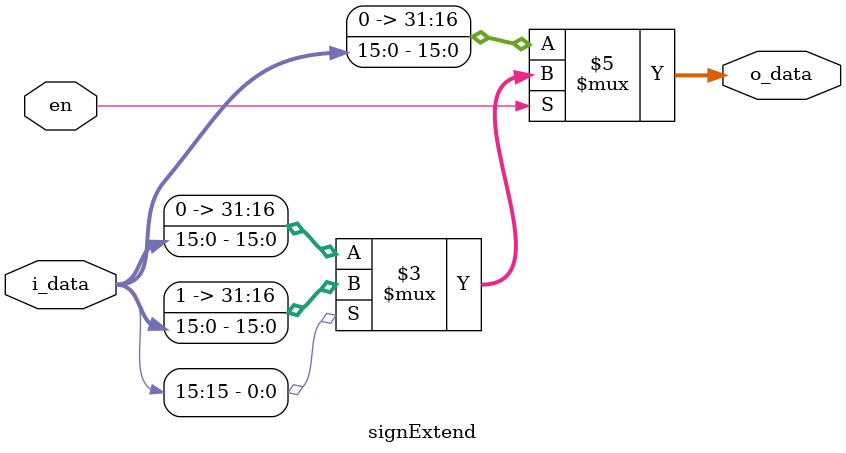
<source format=v>
module signExtend(i_data, en, o_data);

input   [15:0]  i_data;
input	en;
output reg [31:0]  o_data;

always @(i_data,en) begin
	if (en) begin
		o_data <= (i_data[15] == 1)? {16'b1111_1111_1111_1111, i_data}: {16'b0, i_data};
	end else begin 
		o_data <= {16'b0, i_data};
	end
end

endmodule
</source>
